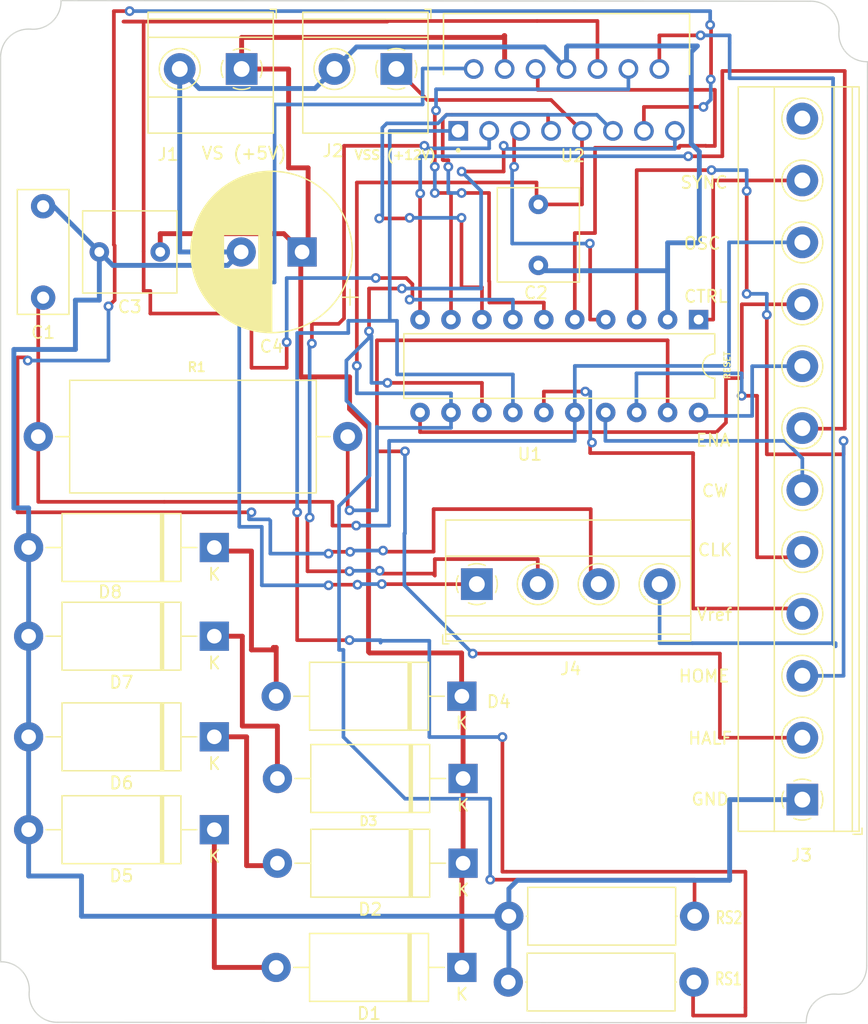
<source format=kicad_pcb>
(kicad_pcb (version 20211014) (generator pcbnew)
  (title_block (title "Two Phase Bipolar Stepper Motor") (date "2022-07-14") (rev "#1") (company "Caleb John"))
  (layers (0 "F.Cu" signal) (31 "B.Cu" signal) (34 "B.Paste" user) (35 "F.Paste" user) (36 "B.SilkS" user "B.Silkscreen") (37 "F.SilkS" user "F.Silkscreen") (38 "B.Mask" user) (39 "F.Mask" user) (44 "Edge.Cuts" user))
  (net 0 "")
  (net 1 "/OSC")
  (net 2 "GND")
  (net 3 "VSS")
  (net 4 "VS")
  (net 5 "Net-(D5-Pad1)")
  (net 6 "Net-(D6-Pad1)")
  (net 7 "Net-(D3-Pad2)")
  (net 8 "Net-(D4-Pad2)")
  (net 9 "/HALF")
  (net 10 "/HOME")
  (net 11 "/Vref")
  (net 12 "/CLK")
  (net 13 "/CW")
  (net 14 "/ENA")
  (net 15 "/RESET")
  (net 16 "/CTRL")
  (net 17 "/SYNC")
  (net 19 "Net-(U2-Pad2)")
  (net 20 "Net-(U2-Pad3)")
  (net 21 "Net-(U2-Pad13)")
  (net 22 "Net-(U2-Pad14)")
  (net 23 "/RS1")
  (net 24 "/RS2")
  (net 25 "Net-(U2-Pad5)")
  (net 26 "Net-(U2-Pad6)")
  (net 27 "Net-(U2-Pad7)")
  (net 28 "Net-(U2-Pad10)")
  (net 29 "Net-(U2-Pad11)")
  (net 30 "Net-(U2-Pad12)")
  (footprint "MountingHole:MountingHole_2.5mm" (layer "F.Cu") (at 261.6 63.5)
    (fp_text reference "REF**" hide)
    (fp_text value "MountingHole_2.5mm" hide)
  )
  (footprint "Diode_THT:D_DO-27_P15.24mm_Horizontal" (layer "F.Cu") (at 213.15 120.83 180)
    (fp_text reference "D6")
    (fp_text value "D_Schottky" hide)
  )
  (footprint "TerminalBlock_Phoenix:TerminalBlock_Phoenix_MKDS-1,5-12-5.08_1x12_P5.08mm_Horizontal" (layer "F.Cu") (at 261.417 125.984 90)
    (fp_text reference "J3")
    (fp_text value "Screw_Terminal_01x12" hide)
  )
  (footprint "Resistor_THT:R_Axial_DIN0414_L11.9mm_D4.5mm_P15.24mm_Horizontal" (layer "F.Cu") (at 252.52 140.95 180)
    (fp_text reference "RS1")
    (fp_text value "0.5 Ohm" hide)
  )
  (footprint "TerminalBlock_Phoenix:TerminalBlock_Phoenix_MKDS-1,5-2-5.08_1x02_P5.08mm_Horizontal" (layer "F.Cu") (at 228.092 66.04 180)
    (fp_text reference "J2")
    (fp_text value "Screw_Terminal_01x02" hide)
  )
  (footprint "Diode_THT:D_DO-27_P15.24mm_Horizontal" (layer "F.Cu") (at 213.15 112.575 180)
    (fp_text reference "D7")
    (fp_text value "D_Schottky" hide)
  )
  (footprint "Capacitor_THT:CP_Radial_D13.0mm_P5.00mm" (layer "F.Cu") (at 220.356 81.05 180)
    (fp_text reference "C4")
    (fp_text value "470uF" hide)
  )
  (footprint "Resistor_THT:R_Axial_DIN0922_L20.0mm_D9.0mm_P25.40mm_Horizontal" (layer "F.Cu") (at 198.7 96.2)
    (fp_text reference "R1")
    (fp_text value "22K" hide)
  )
  (footprint "Diode_THT:D_DO-27_P15.24mm_Horizontal" (layer "F.Cu") (at 233.47 139.75 180)
    (fp_text reference "D1")
    (fp_text value "D_Schottky" hide)
  )
  (footprint "Package_DIP:DIP-20_W7.62mm" (layer "F.Cu") (at 252.9 86.6 -90)
    (fp_text reference "U1")
    (fp_text value "L297" hide)
  )
  (footprint "Resistor_THT:R_Axial_DIN0414_L11.9mm_D4.5mm_P15.24mm_Horizontal" (layer "F.Cu") (at 252.57 135.55 180)
    (fp_text reference "RS2")
    (fp_text value "0.5 Ohm" hide)
  )
  (footprint "Diode_THT:D_DO-27_P15.24mm_Horizontal" (layer "F.Cu") (at 213.15 105.3 180)
    (fp_text reference "D8")
    (fp_text value "D_Schottky" hide)
  )
  (footprint "MountingHole:MountingHole_2.5mm" (layer "F.Cu") (at 198.95 137.3)
    (fp_text reference "REF**" hide)
    (fp_text value "MountingHole_2.5mm" hide)
  )
  (footprint "Capacitor_THT:C_Rect_L7.5mm_W6.5mm_P5.00mm" (layer "F.Cu") (at 208.712 81.05 180)
    (fp_text reference "C3")
    (fp_text value "100 nF" hide)
  )
  (footprint "Capacitor_THT:C_Rect_L7.5mm_W6.5mm_P5.00mm" (layer "F.Cu") (at 239.75 77.15 -90)
    (fp_text reference "C2")
    (fp_text value "100 nF" hide)
  )
  (footprint "TerminalBlock_Phoenix:TerminalBlock_Phoenix_MKDS-1,5-2-5.08_1x02_P5.08mm_Horizontal" (layer "F.Cu") (at 215.392 66.04 180)
    (fp_text reference "J1")
    (fp_text value "Screw_Terminal_01x02" hide)
  )
  (footprint "MountingHole:MountingHole_2.5mm" (layer "F.Cu") (at 198.95 65.5)
    (fp_text reference "REF**" hide)
    (fp_text value "MountingHole_2.5mm" hide)
  )
  (footprint "TerminalBlock_Phoenix:TerminalBlock_Phoenix_MKDS-1,5-4_1x04_P5.00mm_Horizontal" (layer "F.Cu") (at 234.7 108.305)
    (fp_text reference "J4")
    (fp_text value "Screw_Terminal_01x04" hide)
  )
  (footprint "Diode_THT:D_DO-27_P15.24mm_Horizontal" (layer "F.Cu") (at 213.15 128.45 180)
    (fp_text reference "D5")
    (fp_text value "D_Schottky" hide)
  )
  (footprint "MountingHole:MountingHole_2.5mm" (layer "F.Cu") (at 263.125 137.65)
    (fp_text reference "REF**" hide)
    (fp_text value "MountingHole_2.5mm" hide)
  )
  (footprint "Diode_THT:D_DO-27_P15.24mm_Horizontal" (layer "F.Cu") (at 233.57 131.2 180)
    (fp_text reference "D2")
    (fp_text value "D_Schottky" hide)
  )
  (footprint "Capacitor_THT:C_Rect_L10.0mm_W4.0mm_P7.50mm_FKS3_FKP3" (layer "F.Cu") (at 199.1 84.8 90)
    (fp_text reference "C1")
    (fp_text value "3.3 nF" hide)
  )
  (footprint "L298N:TO127P2020X500X2100-15" (layer "F.Cu") (at 233.172 71.12 90)
    (fp_text reference "U2")
    (fp_text value "L298N" hide)
  )
  (footprint "Diode_THT:D_DO-27_P15.24mm_Horizontal" (layer "F.Cu") (at 233.47 117.5 180)
    (fp_text reference "D4")
    (fp_text value "D_Schottky" hide)
  )
  (footprint "Diode_THT:D_DO-27_P15.24mm_Horizontal" (layer "F.Cu") (at 233.57 124.25 180)
    (fp_text reference "D3")
    (fp_text value "D_Schottky" hide)
  )
  (gr_arc (start 195.613 139.290236) (mid 197.335058 140.010134) (end 197.9565 141.770118) (layer "Edge.Cuts") (width 0.1))
  (gr_arc (start 266.7 139.6) (mid 265.980102 141.322058) (end 264.220118 141.9435) (layer "Edge.Cuts") (width 0.1))
  (gr_arc (start 195.610134 65.114942) (mid 196.330032 63.392884) (end 198.090016 62.771442) (layer "Edge.Cuts") (width 0.1))
  (gr_arc (start 200.569898 60.427942) (mid 199.85 62.15) (end 198.090016 62.771442) (layer "Edge.Cuts") (width 0.1))
  (gr_arc (start 261.740236 144.287) (mid 262.460134 142.564942) (end 264.220118 141.9435) (layer "Edge.Cuts") (width 0.1))
  (gr_line (start 266.7 139.6) (end 266.764942 65.439866) (layer "Edge.Cuts") (width 0.1))
  (gr_arc (start 200.3 144.25) (mid 198.577942 143.530102) (end 197.9565 141.770118) (layer "Edge.Cuts") (width 0.1))
  (gr_line (start 195.610134 65.114942) (end 195.613 139.290236) (layer "Edge.Cuts") (width 0.1))
  (gr_arc (start 262.077942 60.480102) (mid 263.8 61.2) (end 264.421442 62.959984) (layer "Edge.Cuts") (width 0.1))
  (gr_line (start 262.077942 60.480102) (end 200.569898 60.427942) (layer "Edge.Cuts") (width 0.1))
  (gr_arc (start 266.764942 65.439866) (mid 265.042884 64.719968) (end 264.421442 62.959984) (layer "Edge.Cuts") (width 0.1))
  (gr_line (start 200.3 144.25) (end 261.740236 144.287) (layer "Edge.Cuts") (width 0.1))
  (gr_text "HOME" (at 253.35 115.85) (layer "F.SilkS") (effects (font (size 1 1))))
  (gr_text "ENA" (at 254.1 96.5) (layer "F.SilkS") (effects (font (size 1 1))))
  (gr_text "CTRL" (at 253.5 84.7) (layer "F.SilkS") (effects (font (size 1 1))))
  (gr_text "Vref" (at 254.2 110.8) (layer "F.SilkS") (effects (font (size 1 1))))
  (gr_text "OSC\n" (at 253.2 80.35) (layer "F.SilkS") (effects (font (size 1 1))))
  (gr_text "VS (+5V)" (at 215.6 72.95) (layer "F.SilkS") (effects (font (size 1 1))))
  (gr_text "RESET" (at 255.25 90.35 90) (layer "F.SilkS") (effects (font (size 0.5 0.5) (thickness 0.1))))
  (gr_text "SYNC" (at 253.35 75.35) (layer "F.SilkS") (effects (font (size 1 1))))
  (gr_text "GND" (at 253.85 125.95) (layer "F.SilkS") (effects (font (size 1 1))))
  (gr_text "CLK" (at 254.25 105.5) (layer "F.SilkS") (effects (font (size 1 1))))
  (gr_text "VSS (+12V)" (at 228 73.1) (layer "F.SilkS") (effects (font (size 0.75 0.75))))
  (gr_text "CW" (at 254.25 100.65) (layer "F.SilkS") (effects (font (size 1 1))))
  (gr_text "HALF" (at 253.85 120.95) (layer "F.SilkS") (effects (font (size 1 1))))
  (segment (start 209.05 101.55) (end 222.85 101.55) (width 0.3) (layer "F.Cu") (net 1))
  (segment (start 198.7 84.8) (end 198.7 96.2) (width 0.3) (layer "F.Cu") (net 1))
  (segment (start 222.85 101.55) (end 222.85 101.65) (width 0.3) (layer "F.Cu") (net 1))
  (segment (start 198.7 96.2) (end 198.7 101.55) (width 0.3) (layer "F.Cu") (net 1))
  (segment (start 198.7 101.55) (end 209.05 101.55) (width 0.3) (layer "F.Cu") (net 1))
  (segment (start 222.85 101.65) (end 222.85 103.5) (width 0.3) (layer "F.Cu") (net 1))
  (segment (start 199.1 84.8) (end 198.7 84.8) (width 0.3) (layer "F.Cu") (net 1))
  (segment (start 222.85 103.5) (end 224.8 103.5) (width 0.3) (layer "F.Cu") (net 1))
  (via (at 224.8 103.5) (size 0.8) (drill 0.4) (layers "F.Cu" "B.Cu") (net 1))
  (segment (start 255.4 90.4) (end 255.4 80.264) (width 0.3) (layer "B.Cu") (net 1))
  (segment (start 227.5 103.5) (end 227.5 96.55) (width 0.3) (layer "B.Cu") (net 1))
  (segment (start 242.74 94.22) (end 242.74 90.4) (width 0.3) (layer "B.Cu") (net 1))
  (segment (start 242.74 96.55) (end 242.74 94.22) (width 0.3) (layer "B.Cu") (net 1))
  (segment (start 242.74 90.4) (end 255.4 90.4) (width 0.3) (layer "B.Cu") (net 1))
  (segment (start 227.5 96.55) (end 242.74 96.55) (width 0.3) (layer "B.Cu") (net 1))
  (segment (start 255.4 80.264) (end 261.417 80.264) (width 0.3) (layer "B.Cu") (net 1))
  (segment (start 224.8 103.5) (end 227.5 103.5) (width 0.3) (layer "B.Cu") (net 1))
  (segment (start 237.33 133.3) (end 237.33 135.55) (width 0.4) (layer "B.Cu") (net 2))
  (segment (start 210.312 66.04) (end 210.312 81.038) (width 0.4) (layer "B.Cu") (net 2))
  (segment (start 202.25 135.55) (end 202.25 132.25) (width 0.4) (layer "B.Cu") (net 2))
  (segment (start 210.3 81.05) (end 215.356 81.05) (width 0.4) (layer "B.Cu") (net 2))
  (segment (start 201.75 85) (end 201.75 89.05) (width 0.4) (layer "B.Cu") (net 2))
  (segment (start 252.3 64.65) (end 252.3 72.163065) (width 0.4) (layer "B.Cu") (net 2))
  (segment (start 255.45 132.6) (end 238.03 132.6) (width 0.4) (layer "B.Cu") (net 2))
  (segment (start 252.8 80.3) (end 250.36 80.3) (width 0.4) (layer "B.Cu") (net 2))
  (segment (start 242.15 64.15) (end 252.8 64.15) (width 0.4) (layer "B.Cu") (net 2))
  (segment (start 210.312 81.038) (end 210.3 81.05) (width 0.4) (layer "B.Cu") (net 2))
  (segment (start 199.962 77.3) (end 199.1 77.3) (width 0.4) (layer "B.Cu") (net 2))
  (segment (start 242.062 66.04) (end 242.062 64.238) (width 0.4) (layer "B.Cu") (net 2))
  (segment (start 224.822 64.23) (end 240.252 64.23) (width 0.4) (layer "B.Cu") (net 2))
  (segment (start 252.3 72.163065) (end 252.96 72.823065) (width 0.4) (layer "B.Cu") (net 2))
  (segment (start 223.012 66.04) (end 224.822 64.23) (width 0.4) (layer "B.Cu") (net 2))
  (segment (start 204.812 82.15) (end 214.256 82.15) (width 0.4) (layer "B.Cu") (net 2))
  (segment (start 196.7 102.05) (end 197.91 102.05) (width 0.4) (layer "B.Cu") (net 2))
  (segment (start 250.36 82.59) (end 250.36 80.3) (width 0.4) (layer "B.Cu") (net 2))
  (segment (start 203.712 81.05) (end 204.812 82.15) (width 0.4) (layer "B.Cu") (net 2))
  (segment (start 197.91 120.83) (end 197.91 128.45) (width 0.4) (layer "B.Cu") (net 2))
  (segment (start 203.712 81.05) (end 199.962 77.3) (width 0.4) (layer "B.Cu") (net 2))
  (segment (start 237.33 140.95) (end 237.28 140.95) (width 0.4) (layer "B.Cu") (net 2))
  (segment (start 210.312 66.04) (end 211.912 67.64) (width 0.4) (layer "B.Cu") (net 2))
  (segment (start 197.91 105.59) (end 197.91 112.575) (width 0.4) (layer "B.Cu") (net 2))
  (segment (start 221.412 67.64) (end 223.012 66.04) (width 0.4) (layer "B.Cu") (net 2))
  (segment (start 203.712 81.05) (end 203.712 85) (width 0.4) (layer "B.Cu") (net 2))
  (segment (start 261.417 125.984) (end 255.45 125.984) (width 0.4) (layer "B.Cu") (net 2))
  (segment (start 211.912 67.64) (end 221.412 67.64) (width 0.4) (layer "B.Cu") (net 2))
  (segment (start 196.7 89.05) (end 196.7 102.05) (width 0.4) (layer "B.Cu") (net 2))
  (segment (start 238.03 132.6) (end 237.33 133.3) (width 0.4) (layer "B.Cu") (net 2))
  (segment (start 252.8 64.15) (end 252.3 64.65) (width 0.4) (layer "B.Cu") (net 2))
  (segment (start 237.33 135.55) (end 237.33 140.95) (width 0.4) (layer "B.Cu") (net 2))
  (segment (start 250.36 86.6) (end 250.36 82.59) (width 0.4) (layer "B.Cu") (net 2))
  (segment (start 239.75 82.59) (end 239.75 82.15) (width 0.4) (layer "B.Cu") (net 2))
  (segment (start 214.256 82.15) (end 215.356 81.05) (width 0.4) (layer "B.Cu") (net 2))
  (segment (start 242.062 64.238) (end 242.15 64.15) (width 0.4) (layer "B.Cu") (net 2))
  (segment (start 197.91 102.05) (end 197.91 105.59) (width 0.4) (layer "B.Cu") (net 2))
  (segment (start 255.45 125.984) (end 255.45 132.6) (width 0.4) (layer "B.Cu") (net 2))
  (segment (start 252.96 80.14) (end 252.8 80.3) (width 0.4) (layer "B.Cu") (net 2))
  (segment (start 237.33 135.55) (end 202.25 135.55) (width 0.4) (layer "B.Cu") (net 2))
  (segment (start 240.252 64.23) (end 242.062 66.04) (width 0.4) (layer "B.Cu") (net 2))
  (segment (start 202.25 132.25) (end 197.91 132.25) (width 0.4) (layer "B.Cu") (net 2))
  (segment (start 250.36 82.59) (end 239.75 82.59) (width 0.4) (layer "B.Cu") (net 2))
  (segment (start 201.75 89.05) (end 196.7 89.05) (width 0.4) (layer "B.Cu") (net 2))
  (segment (start 197.91 132.25) (end 197.91 128.45) (width 0.4) (layer "B.Cu") (net 2))
  (segment (start 252.96 72.823065) (end 252.96 80.14) (width 0.4) (layer "B.Cu") (net 2))
  (segment (start 203.712 85) (end 201.75 85) (width 0.4) (layer "B.Cu") (net 2))
  (segment (start 197.91 112.575) (end 197.91 120.83) (width 0.4) (layer "B.Cu") (net 2))
  (segment (start 228.092 66.04) (end 230.632 68.58) (width 0.3) (layer "F.Cu") (net 3))
  (segment (start 230.632 68.58) (end 240.792 68.58) (width 0.3) (layer "F.Cu") (net 3))
  (segment (start 224.85 75.35) (end 239.6 75.35) (width 0.3) (layer "F.Cu") (net 3))
  (segment (start 239.6 77.15) (end 239.75 77.15) (width 0.3) (layer "F.Cu") (net 3))
  (segment (start 224.1 96.2) (end 224.1 102.25) (width 0.3) (layer "F.Cu") (net 3))
  (segment (start 243.332 71.12) (end 243.332 77.15) (width 0.3) (layer "F.Cu") (net 3))
  (segment (start 239.6 75.35) (end 239.6 77.15) (width 0.3) (layer "F.Cu") (net 3))
  (segment (start 224.1 102.25) (end 224.25 102.25) (width 0.3) (layer "F.Cu") (net 3))
  (segment (start 240.792 68.58) (end 243.332 71.12) (width 0.3) (layer "F.Cu") (net 3))
  (segment (start 243.332 77.15) (end 239.75 77.15) (width 0.3) (layer "F.Cu") (net 3))
  (segment (start 224.85 90.3905) (end 224.85 75.35) (width 0.3) (layer "F.Cu") (net 3))
  (via (at 224.85 90.3905) (size 0.8) (drill 0.4) (layers "F.Cu" "B.Cu") (net 3))
  (via (at 224.25 102.25) (size 0.8) (drill 0.4) (layers "F.Cu" "B.Cu") (net 3))
  (segment (start 224.85 92.65) (end 232.58 92.65) (width 0.3) (layer "B.Cu") (net 3))
  (segment (start 224.85 90.3905) (end 224.85 92.65) (width 0.3) (layer "B.Cu") (net 3))
  (segment (start 224.25 102.25) (end 226.5 102.25) (width 0.3) (layer "B.Cu") (net 3))
  (segment (start 226.58 95.48) (end 232.58 95.48) (width 0.3) (layer "B.Cu") (net 3))
  (segment (start 232.58 95.48) (end 232.58 94.22) (width 0.3) (layer "B.Cu") (net 3))
  (segment (start 226.5 95.4) (end 226.58 95.48) (width 0.3) (layer "B.Cu") (net 3))
  (segment (start 226.5 102.25) (end 226.5 95.4) (width 0.3) (layer "B.Cu") (net 3))
  (segment (start 232.58 92.65) (end 232.58 94.22) (width 0.3) (layer "B.Cu") (net 3))
  (segment (start 224.25 91.3) (end 220.25 91.3) (width 0.4) (layer "F.Cu") (net 4))
  (segment (start 233.47 131.2) (end 233.57 131.2) (width 0.4) (layer "F.Cu") (net 4))
  (segment (start 219.25 66.04) (end 219.25 74.15) (width 0.4) (layer "F.Cu") (net 4))
  (segment (start 233.57 117.5) (end 233.47 117.5) (width 0.4) (layer "F.Cu") (net 4))
  (segment (start 220.85 81.05) (end 220.356 81.05) (width 0.4) (layer "F.Cu") (net 4))
  (segment (start 220.356 81.05) (end 218.856 79.55) (width 0.4) (layer "F.Cu") (net 4))
  (segment (start 225.81 95.491694) (end 224.25 93.931694) (width 0.4) (layer "F.Cu") (net 4))
  (segment (start 233.45 117.5) (end 233.45 113.95) (width 0.4) (layer "F.Cu") (net 4))
  (segment (start 225.81 113.86) (end 225.81 95.491694) (width 0.4) (layer "F.Cu") (net 4))
  (segment (start 208.712 79.55) (end 208.712 81.05) (width 0.4) (layer "F.Cu") (net 4))
  (segment (start 233.47 117.5) (end 233.45 117.5) (width 0.4) (layer "F.Cu") (net 4))
  (segment (start 215.392 63.45) (end 236.95 63.45) (width 0.4) (layer "F.Cu") (net 4))
  (segment (start 220.25 91.3) (end 220.25 81.156) (width 0.4) (layer "F.Cu") (net 4))
  (segment (start 233.57 131.2) (end 233.57 124.25) (width 0.4) (layer "F.Cu") (net 4))
  (segment (start 225.9 113.95) (end 225.81 113.86) (width 0.4) (layer "F.Cu") (net 4))
  (segment (start 236.95 63.45) (end 236.95 63.3) (width 0.4) (layer "F.Cu") (net 4))
  (segment (start 236.95 63.3) (end 236.982 63.3) (width 0.4) (layer "F.Cu") (net 4))
  (segment (start 224.25 93.931694) (end 224.25 91.3) (width 0.4) (layer "F.Cu") (net 4))
  (segment (start 233.47 139.75) (end 233.47 131.2) (width 0.4) (layer "F.Cu") (net 4))
  (segment (start 218.856 79.55) (end 208.712 79.55) (width 0.4) (layer "F.Cu") (net 4))
  (segment (start 236.982 63.3) (end 236.982 66.04) (width 0.4) (layer "F.Cu") (net 4))
  (segment (start 215.392 66.04) (end 219.25 66.04) (width 0.4) (layer "F.Cu") (net 4))
  (segment (start 220.25 81.156) (end 220.356 81.05) (width 0.4) (layer "F.Cu") (net 4))
  (segment (start 220.85 74.15) (end 220.85 81.05) (width 0.4) (layer "F.Cu") (net 4))
  (segment (start 215.392 66.04) (end 215.392 63.45) (width 0.4) (layer "F.Cu") (net 4))
  (segment (start 233.45 113.95) (end 225.9 113.95) (width 0.4) (layer "F.Cu") (net 4))
  (segment (start 219.25 74.15) (end 220.85 74.15) (width 0.4) (layer "F.Cu") (net 4))
  (segment (start 233.57 124.25) (end 233.57 117.5) (width 0.4) (layer "F.Cu") (net 4))
  (segment (start 213.15 139.75) (end 218.23 139.75) (width 0.4) (layer "F.Cu") (net 5))
  (segment (start 213.15 128.45) (end 213.15 139.75) (width 0.4) (layer "F.Cu") (net 5))
  (segment (start 215.8 131.4) (end 218.33 131.4) (width 0.4) (layer "F.Cu") (net 6))
  (segment (start 215.8 120.83) (end 215.8 131.4) (width 0.4) (layer "F.Cu") (net 6))
  (segment (start 218.33 131.4) (end 218.33 131.2) (width 0.4) (layer "F.Cu") (net 6))
  (segment (start 213.15 120.83) (end 215.8 120.83) (width 0.4) (layer "F.Cu") (net 6))
  (segment (start 215.45 112.575) (end 215.45 119.95) (width 0.4) (layer "F.Cu") (net 7))
  (segment (start 213.15 112.575) (end 215.45 112.575) (width 0.4) (layer "F.Cu") (net 7))
  (segment (start 218.33 119.95) (end 218.33 124.25) (width 0.4) (layer "F.Cu") (net 7))
  (segment (start 215.45 119.95) (end 218.33 119.95) (width 0.4) (layer "F.Cu") (net 7))
  (segment (start 218 113.7) (end 218 113.5) (width 0.4) (layer "F.Cu") (net 8))
  (segment (start 218.23 113.5) (end 218.23 117.5) (width 0.4) (layer "F.Cu") (net 8))
  (segment (start 216.2 113.7) (end 218 113.7) (width 0.4) (layer "F.Cu") (net 8))
  (segment (start 213.15 105.59) (end 216.2 105.59) (width 0.4) (layer "F.Cu") (net 8))
  (segment (start 216.2 105.59) (end 216.2 113.7) (width 0.4) (layer "F.Cu") (net 8))
  (segment (start 218 113.5) (end 218.23 113.5) (width 0.4) (layer "F.Cu") (net 8))
  (segment (start 254.65 114) (end 234.3595 114) (width 0.3) (layer "F.Cu") (net 9))
  (segment (start 234.3595 114) (end 234.3595 114.00045) (width 0.3) (layer "F.Cu") (net 9))
  (segment (start 261.417 120.904) (end 254.65 120.904) (width 0.3) (layer "F.Cu") (net 9))
  (segment (start 226.5 88.3) (end 250.36 88.3) (width 0.3) (layer "F.Cu") (net 9))
  (segment (start 250.36 88.3) (end 250.36 94.22) (width 0.3) (layer "F.Cu") (net 9))
  (segment (start 254.65 120.904) (end 254.65 114) (width 0.3) (layer "F.Cu") (net 9))
  (segment (start 228.8 97.4095) (end 226.5 97.4095) (width 0.3) (layer "F.Cu") (net 9))
  (segment (start 226.5 97.4095) (end 226.5 88.3) (width 0.3) (layer "F.Cu") (net 9))
  (via (at 234.3595 114.00045) (size 0.8) (drill 0.4) (layers "F.Cu" "B.Cu") (net 9))
  (via (at 228.8 97.4095) (size 0.8) (drill 0.4) (layers "F.Cu" "B.Cu") (net 9))
  (segment (start 228.75 108.39095) (end 228.75 104.15) (width 0.3) (layer "B.Cu") (net 9))
  (segment (start 228.8 104.15) (end 228.8 97.4095) (width 0.3) (layer "B.Cu") (net 9))
  (segment (start 234.3595 114.00045) (end 228.75 108.39095) (width 0.3) (layer "B.Cu") (net 9))
  (segment (start 228.75 104.15) (end 228.8 104.15) (width 0.3) (layer "B.Cu") (net 9))
  (segment (start 256.85 84.4845) (end 256.85 76.0435) (width 0.3) (layer "F.Cu") (net 10))
  (segment (start 264.8 97.65) (end 258.6 97.65) (width 0.3) (layer "F.Cu") (net 10))
  (segment (start 247.82 74.336061) (end 247.82 86.6) (width 0.3) (layer "F.Cu") (net 10))
  (segment (start 258.5 97.65) (end 258.5 86.2035) (width 0.3) (layer "F.Cu") (net 10))
  (segment (start 258.6 97.65) (end 258.5 97.65) (width 0.3) (layer "F.Cu") (net 10))
  (segment (start 264.8 96.55) (end 264.8 97.65) (width 0.3) (layer "F.Cu") (net 10))
  (segment (start 253.9595 74.336061) (end 247.82 74.336061) (width 0.3) (layer "F.Cu") (net 10))
  (via (at 253.9595 74.336061) (size 0.8) (drill 0.4) (layers "F.Cu" "B.Cu") (net 10))
  (via (at 258.5 86.2035) (size 0.8) (drill 0.4) (layers "F.Cu" "B.Cu") (net 10))
  (via (at 264.8 96.55) (size 0.8) (drill 0.4) (layers "F.Cu" "B.Cu") (net 10))
  (via (at 256.85 76.0435) (size 0.8) (drill 0.4) (layers "F.Cu" "B.Cu") (net 10))
  (via (at 256.85 84.4845) (size 0.8) (drill 0.4) (layers "F.Cu" "B.Cu") (net 10))
  (segment (start 256.85 76.0435) (end 256.85 74.336061) (width 0.3) (layer "B.Cu") (net 10))
  (segment (start 261.417 115.824) (end 264.8 115.824) (width 0.3) (layer "B.Cu") (net 10))
  (segment (start 258.5 84.4845) (end 256.85 84.4845) (width 0.3) (layer "B.Cu") (net 10))
  (segment (start 258.5 86.2035) (end 258.5 84.4845) (width 0.3) (layer "B.Cu") (net 10))
  (segment (start 264.8 115.824) (end 264.8 96.55) (width 0.3) (layer "B.Cu") (net 10))
  (segment (start 256.85 74.336061) (end 253.9595 74.336061) (width 0.3) (layer "B.Cu") (net 10))
  (segment (start 252.45 97.55) (end 244 97.55) (width 0.3) (layer "F.Cu") (net 11))
  (segment (start 261.417 110.744) (end 261.417 110.3) (width 0.3) (layer "F.Cu") (net 11))
  (segment (start 261.417 110.3) (end 253.35 110.3) (width 0.3) (layer "F.Cu") (net 11))
  (segment (start 244 96.688517) (end 244.15 96.688517) (width 0.3) (layer "F.Cu") (net 11))
  (segment (start 252.45 97.7) (end 252.45 97.55) (width 0.3) (layer "F.Cu") (net 11))
  (segment (start 252.45 110.3) (end 252.45 97.7) (width 0.3) (layer "F.Cu") (net 11))
  (segment (start 244 97.55) (end 244 96.688517) (width 0.3) (layer "F.Cu") (net 11))
  (segment (start 240.2 92.5) (end 240.2 94.22) (width 0.3) (layer "F.Cu") (net 11))
  (segment (start 253.35 110.3) (end 252.45 110.3) (width 0.3) (layer "F.Cu") (net 11))
  (segment (start 243.5995 92.5) (end 240.2 92.5) (width 0.3) (layer "F.Cu") (net 11))
  (via (at 244.15 96.688517) (size 0.8) (drill 0.4) (layers "F.Cu" "B.Cu") (net 11))
  (via (at 243.5995 92.5) (size 0.8) (drill 0.4) (layers "F.Cu" "B.Cu") (net 11))
  (segment (start 244.15 96.688517) (end 244.010982 96.549499) (width 0.3) (layer "B.Cu") (net 11))
  (segment (start 244.010982 96.549499) (end 244.010982 92.5) (width 0.3) (layer "B.Cu") (net 11))
  (segment (start 244.010982 92.5) (end 243.5995 92.5) (width 0.3) (layer "B.Cu") (net 11))
  (segment (start 257.7 92.85) (end 257.7 106.1) (width 0.3) (layer "F.Cu") (net 12))
  (segment (start 256.4405 92.85) (end 257.7 92.85) (width 0.3) (layer "F.Cu") (net 12))
  (segment (start 257.7 106.1) (end 261.417 106.1) (width 0.3) (layer "F.Cu") (net 12))
  (segment (start 261.417 106.1) (end 261.417 105.664) (width 0.3) (layer "F.Cu") (net 12))
  (via (at 256.4405 92.85) (size 0.8) (drill 0.4) (layers "F.Cu" "B.Cu") (net 12))
  (segment (start 247.82 94.22) (end 247.8 94.22) (width 0.3) (layer "B.Cu") (net 12))
  (segment (start 256.4405 91.01) (end 256.4405 92.85) (width 0.3) (layer "B.Cu") (net 12))
  (segment (start 247.8 91.01) (end 256.4405 91.01) (width 0.3) (layer "B.Cu") (net 12))
  (segment (start 247.8 94.22) (end 247.8 91.01) (width 0.3) (layer "B.Cu") (net 12))
  (segment (start 259.973984 96.55) (end 245.25 96.55) (width 0.3) (layer "B.Cu") (net 13))
  (segment (start 261.417 97.993016) (end 259.973984 96.55) (width 0.3) (layer "B.Cu") (net 13))
  (segment (start 261.417 100.584) (end 261.417 97.993016) (width 0.3) (layer "B.Cu") (net 13))
  (segment (start 245.25 94.22) (end 245.28 94.22) (width 0.3) (layer "B.Cu") (net 13))
  (segment (start 245.25 96.55) (end 245.25 94.22) (width 0.3) (layer "B.Cu") (net 13))
  (segment (start 264.9 66.2) (end 264.9 95.55) (width 0.3) (layer "F.Cu") (net 14))
  (segment (start 230.04 86.6) (end 230.04 76.25) (width 0.3) (layer "F.Cu") (net 14))
  (segment (start 264.9 95.55) (end 261.417 95.55) (width 0.3) (layer "F.Cu") (net 14))
  (segment (start 261.417 95.55) (end 261.417 95.504) (width 0.3) (layer "F.Cu") (net 14))
  (segment (start 230.04 76.25) (end 230.05 76.25) (width 0.3) (layer "F.Cu") (net 14))
  (segment (start 252.05 73.2) (end 254.85 73.2) (width 0.3) (layer "F.Cu") (net 14))
  (segment (start 254.85 66.2) (end 264.9 66.2) (width 0.3) (layer "F.Cu") (net 14))
  (segment (start 254.85 73.2) (end 254.85 66.2) (width 0.3) (layer "F.Cu") (net 14))
  (via (at 230.05 76.25) (size 0.8) (drill 0.4) (layers "F.Cu" "B.Cu") (net 14))
  (via (at 252.05 73.2) (size 0.8) (drill 0.4) (layers "F.Cu" "B.Cu") (net 14))
  (segment (start 230.05 73.2) (end 252.05 73.2) (width 0.3) (layer "B.Cu") (net 14))
  (segment (start 230.05 76.25) (end 230.05 73.2) (width 0.3) (layer "B.Cu") (net 14))
  (segment (start 252.9 94.5) (end 252.9 94.22) (width 0.3) (layer "B.Cu") (net 15))
  (segment (start 257.3 94.5) (end 252.9 94.5) (width 0.3) (layer "B.Cu") (net 15))
  (segment (start 261.417 90.424) (end 257.3 90.424) (width 0.3) (layer "B.Cu") (net 15))
  (segment (start 257.3 90.424) (end 257.3 94.5) (width 0.3) (layer "B.Cu") (net 15))
  (segment (start 255.15 95.05) (end 254.370983 95.829017) (width 0.3) (layer "F.Cu") (net 16))
  (segment (start 256.45 91.4) (end 255.15 91.4) (width 0.3) (layer "F.Cu") (net 16))
  (segment (start 230.04 95.829017) (end 230.04 94.22) (width 0.3) (layer "F.Cu") (net 16))
  (segment (start 254.370983 95.829017) (end 230.04 95.829017) (width 0.3) (layer "F.Cu") (net 16))
  (segment (start 261.417 85.344) (end 256.45 85.344) (width 0.3) (layer "F.Cu") (net 16))
  (segment (start 256.45 85.344) (end 256.45 91.4) (width 0.3) (layer "F.Cu") (net 16))
  (segment (start 255.15 91.4) (end 255.15 95.05) (width 0.3) (layer "F.Cu") (net 16))
  (segment (start 261.417 75.184) (end 254.1 75.184) (width 0.3) (layer "F.Cu") (net 17))
  (segment (start 254.1 75.184) (end 254.1 86.6) (width 0.3) (layer "F.Cu") (net 17))
  (segment (start 254.1 86.6) (end 252.9 86.6) (width 0.3) (layer "F.Cu") (net 17))
  (segment (start 222.5805 108.35) (end 222.5305 108.4) (width 0.3) (layer "F.Cu") (net 19))
  (segment (start 234.7 108.305) (end 226.9 108.305) (width 0.3) (layer "F.Cu") (net 19))
  (segment (start 226.9 108.305) (end 226.9 108.3) (width 0.3) (layer "F.Cu") (net 19))
  (segment (start 224.9005 108.35) (end 222.5805 108.35) (width 0.3) (layer "F.Cu") (net 19))
  (via (at 226.9 108.3) (size 0.8) (drill 0.4) (layers "F.Cu" "B.Cu") (net 19))
  (via (at 222.5305 108.4) (size 0.8) (drill 0.4) (layers "F.Cu" "B.Cu") (net 19))
  (via (at 224.9005 108.35) (size 0.8) (drill 0.4) (layers "F.Cu" "B.Cu") (net 19))
  (segment (start 218.1 68.95) (end 230.25 68.95) (width 0.3) (layer "B.Cu") (net 19))
  (segment (start 222.5305 108.4) (end 217.05 108.4) (width 0.3) (layer "B.Cu") (net 19))
  (segment (start 215.2 103.6) (end 215.2 83.55) (width 0.3) (layer "B.Cu") (net 19))
  (segment (start 218.1 83.55) (end 218.1 68.95) (width 0.3) (layer "B.Cu") (net 19))
  (segment (start 217.05 108.4) (end 217.05 103.6) (width 0.3) (layer "B.Cu") (net 19))
  (segment (start 230.25 68.95) (end 230.25 66) (width 0.3) (layer "B.Cu") (net 19))
  (segment (start 217.05 103.6) (end 215.2 103.6) (width 0.3) (layer "B.Cu") (net 19))
  (segment (start 226.9 108.3) (end 224.9505 108.3) (width 0.3) (layer "B.Cu") (net 19))
  (segment (start 215.2 83.55) (end 218.1 83.55) (width 0.3) (layer "B.Cu") (net 19))
  (segment (start 234.442 66) (end 234.442 66.04) (width 0.3) (layer "B.Cu") (net 19))
  (segment (start 224.9505 108.3) (end 224.9005 108.35) (width 0.3) (layer "B.Cu") (net 19))
  (segment (start 230.25 66) (end 234.442 66) (width 0.3) (layer "B.Cu") (net 19))
  (segment (start 223.8 72.3405) (end 230.3905 72.3405) (width 0.3) (layer "F.Cu") (net 20))
  (segment (start 231.25 106.25) (end 231.25 107.6) (width 0.3) (layer "F.Cu") (net 20))
  (segment (start 221.1595 88.5595) (end 221.1595 86.95) (width 0.3) (layer "F.Cu") (net 20))
  (segment (start 226.75 107.44) (end 226.75 107.20528) (width 0.3) (layer "F.Cu") (net 20))
  (segment (start 220.8 107.25) (end 220.8 102.831318) (width 0.3) (layer "F.Cu") (net 20))
  (segment (start 231.25 107.6) (end 231.09 107.44) (width 0.3) (layer "F.Cu") (net 20))
  (segment (start 223.35 86.95) (end 223.8 86.5) (width 0.3) (layer "F.Cu") (net 20))
  (segment (start 224.2495 107.25) (end 220.8 107.25) (width 0.3) (layer "F.Cu") (net 20))
  (segment (start 226.75 107.20528) (end 226.7195 107.20528) (width 0.3) (layer "F.Cu") (net 20))
  (segment (start 223.8 73.05) (end 223.8 72.3405) (width 0.3) (layer "F.Cu") (net 20))
  (segment (start 221.1595 86.95) (end 223.35 86.95) (width 0.3) (layer "F.Cu") (net 20))
  (segment (start 231.09 107.44) (end 226.75 107.44) (width 0.3) (layer "F.Cu") (net 20))
  (segment (start 239.7 108.305) (end 239.7 106.25) (width 0.3) (layer "F.Cu") (net 20))
  (segment (start 239.7 106.25) (end 231.25 106.25) (width 0.3) (layer "F.Cu") (net 20))
  (segment (start 223.8 86.5) (end 223.8 73.05) (width 0.3) (layer "F.Cu") (net 20))
  (segment (start 220.8 102.831318) (end 220.976189 102.831318) (width 0.3) (layer "F.Cu") (net 20))
  (via (at 226.7195 107.20528) (size 0.8) (drill 0.4) (layers "F.Cu" "B.Cu") (net 20))
  (via (at 221.1595 88.5595) (size 0.8) (drill 0.4) (layers "F.Cu" "B.Cu") (net 20))
  (via (at 230.3905 72.3405) (size 0.8) (drill 0.4) (layers "F.Cu" "B.Cu") (net 20))
  (via (at 224.2495 107.25) (size 0.8) (drill 0.4) (layers "F.Cu" "B.Cu") (net 20))
  (via (at 220.976189 102.831318) (size 0.8) (drill 0.4) (layers "F.Cu" "B.Cu") (net 20))
  (segment (start 220.976189 88.5595) (end 221.1595 88.5595) (width 0.3) (layer "B.Cu") (net 20))
  (segment (start 226.7195 107.20528) (end 224.29422 107.20528) (width 0.3) (layer "B.Cu") (net 20))
  (segment (start 230.6 72.55) (end 235.712 72.55) (width 0.3) (layer "B.Cu") (net 20))
  (segment (start 230.3905 72.3405) (end 230.6 72.55) (width 0.3) (layer "B.Cu") (net 20))
  (segment (start 220.976189 102.831318) (end 220.976189 88.5595) (width 0.3) (layer "B.Cu") (net 20))
  (segment (start 224.29422 107.20528) (end 224.2495 107.25) (width 0.3) (layer "B.Cu") (net 20))
  (segment (start 235.712 72.55) (end 235.712 71.12) (width 0.3) (layer "B.Cu") (net 20))
  (segment (start 204.905925 80.462015) (end 204.905925 61.2905) (width 0.3) (layer "F.Cu") (net 21))
  (segment (start 224.3 105.65) (end 222.6805 105.65) (width 0.3) (layer "F.Cu") (net 21))
  (segment (start 204.972 80.52809) (end 204.905925 80.462015) (width 0.3) (layer "F.Cu") (net 21))
  (segment (start 248.412 69.15) (end 248.412 71.12) (width 0.3) (layer "F.Cu") (net 21))
  (segment (start 216.2 102.4095) (end 197 102.4095) (width 0.3) (layer "F.Cu") (net 21))
  (segment (start 204.464962 85.510137) (end 204.972 85.003099) (width 0.3) (layer "F.Cu") (net 21))
  (segment (start 197.8405 89.7) (end 197.8405 89.9595) (width 0.3) (layer "F.Cu") (net 21))
  (segment (start 197 89.7) (end 197.8405 89.7) (width 0.3) (layer "F.Cu") (net 21))
  (segment (start 244.05 108.305) (end 244.05 102.15) (width 0.3) (layer "F.Cu") (net 21))
  (segment (start 222.6805 105.65) (end 222.5305 105.8) (width 0.3) (layer "F.Cu") (net 21))
  (segment (start 204.972 85.003099) (end 204.972 80.52809) (width 0.3) (layer "F.Cu") (net 21))
  (segment (start 204.905925 61.2905) (end 206.2 61.2905) (width 0.3) (layer "F.Cu") (net 21))
  (segment (start 253.851851 62.420086) (end 253.923762 62.491997) (width 0.3) (layer "F.Cu") (net 21))
  (segment (start 253.3 69.15) (end 248.412 69.15) (width 0.3) (layer "F.Cu") (net 21))
  (segment (start 244.05 102.15) (end 231.15 102.15) (width 0.3) (layer "F.Cu") (net 21))
  (segment (start 253.923762 62.491997) (end 253.923762 66.8905) (width 0.3) (layer "F.Cu") (net 21))
  (segment (start 231.15 102.15) (end 231.15 105.64) (width 0.3) (layer "F.Cu") (net 21))
  (segment (start 231.15 105.64) (end 227 105.64) (width 0.3) (layer "F.Cu") (net 21))
  (segment (start 197 102.4095) (end 197 89.7) (width 0.3) (layer "F.Cu") (net 21))
  (segment (start 253.923762 66.8905) (end 253.9 66.8905) (width 0.3) (layer "F.Cu") (net 21))
  (segment (start 244.7 108.305) (end 244.05 108.305) (width 0.3) (layer "F.Cu") (net 21))
  (segment (start 227 105.64) (end 227 105.55) (width 0.3) (layer "F.Cu") (net 21))
  (via (at 206.2 61.2905) (size 0.8) (drill 0.4) (layers "F.Cu" "B.Cu") (net 21))
  (via (at 253.851851 62.420086) (size 0.8) (drill 0.4) (layers "F.Cu" "B.Cu") (net 21))
  (via (at 222.5305 105.8) (size 0.8) (drill 0.4) (layers "F.Cu" "B.Cu") (net 21))
  (via (at 216.2 102.4095) (size 0.8) (drill 0.4) (layers "F.Cu" "B.Cu") (net 21))
  (via (at 204.464962 85.510137) (size 0.8) (drill 0.4) (layers "F.Cu" "B.Cu") (net 21))
  (via (at 197.8405 89.9595) (size 0.8) (drill 0.4) (layers "F.Cu" "B.Cu") (net 21))
  (via (at 253.9 66.8905) (size 0.8) (drill 0.4) (layers "F.Cu" "B.Cu") (net 21))
  (via (at 227 105.55) (size 0.8) (drill 0.4) (layers "F.Cu" "B.Cu") (net 21))
  (via (at 224.3 105.65) (size 0.8) (drill 0.4) (layers "F.Cu" "B.Cu") (net 21))
  (via (at 253.3 69.15) (size 0.8) (drill 0.4) (layers "F.Cu" "B.Cu") (net 21))
  (segment (start 224.4 105.55) (end 224.3 105.65) (width 0.3) (layer "B.Cu") (net 21))
  (segment (start 217.75 103.4) (end 217.75 103.1) (width 0.3) (layer "B.Cu") (net 21))
  (segment (start 206.2 61.2905) (end 253.851851 61.2905) (width 0.3) (layer "B.Cu") (net 21))
  (segment (start 253.9 68.55) (end 253.3 69.15) (width 0.3) (layer "B.Cu") (net 21))
  (segment (start 227 105.55) (end 224.4 105.55) (width 0.3) (layer "B.Cu") (net 21))
  (segment (start 197.8405 89.9595) (end 204.464962 89.9595) (width 0.3) (layer "B.Cu") (net 21))
  (segment (start 217.64 102.99) (end 216 102.99) (width 0.3) (layer "B.Cu") (net 21))
  (segment (start 253.851851 61.2905) (end 253.851851 62.420086) (width 0.3) (layer "B.Cu") (net 21))
  (segment (start 222.5305 105.8) (end 217.75 105.8) (width 0.3) (layer "B.Cu") (net 21))
  (segment (start 253.9 66.8905) (end 253.9 68.55) (width 0.3) (layer "B.Cu") (net 21))
  (segment (start 216 102.99) (end 216 102.4095) (width 0.3) (layer "B.Cu") (net 21))
  (segment (start 204.464962 89.9595) (end 204.464962 85.510137) (width 0.3) (layer "B.Cu") (net 21))
  (segment (start 216 102.4095) (end 216.2 102.4095) (width 0.3) (layer "B.Cu") (net 21))
  (segment (start 217.75 105.8) (end 217.75 103.4) (width 0.3) (layer "B.Cu") (net 21))
  (segment (start 217.75 103.1) (end 217.64 102.99) (width 0.3) (layer "B.Cu") (net 21))
  (segment (start 253.063762 63.279586) (end 249.682 63.279586) (width 0.3) (layer "F.Cu") (net 22))
  (segment (start 249.682 63.279586) (end 249.682 66.04) (width 0.3) (layer "F.Cu") (net 22))
  (via (at 253.063762 63.279586) (size 0.8) (drill 0.4) (layers "F.Cu" "B.Cu") (net 22))
  (segment (start 249.7 108.305) (end 249.7 113.15) (width 0.3) (layer "B.Cu") (net 22))
  (segment (start 263.94 113.19) (end 263.94 66.8) (width 0.3) (layer "B.Cu") (net 22))
  (segment (start 255.45 66.8) (end 255.45 63.9) (width 0.3) (layer "B.Cu") (net 22))
  (segment (start 264.15 113.15) (end 264.15 113.4) (width 0.3) (layer "B.Cu") (net 22))
  (segment (start 264.15 113.4) (end 263.94 113.19) (width 0.3) (layer "B.Cu") (net 22))
  (segment (start 255.65 66.8) (end 255.45 66.8) (width 0.3) (layer "B.Cu") (net 22))
  (segment (start 255.45 63.9) (end 255.45 63.279586) (width 0.3) (layer "B.Cu") (net 22))
  (segment (start 252.4 113.15) (end 264.15 113.15) (width 0.3) (layer "B.Cu") (net 22))
  (segment (start 249.7 113.15) (end 252.4 113.15) (width 0.3) (layer "B.Cu") (net 22))
  (segment (start 263.94 66.8) (end 255.65 66.8) (width 0.3) (layer "B.Cu") (net 22))
  (segment (start 255.45 63.279586) (end 253.063762 63.279586) (width 0.3) (layer "B.Cu") (net 22))
  (segment (start 237.15 131.9) (end 236.8 131.9) (width 0.3) (layer "F.Cu") (net 23))
  (segment (start 252.45 143.7) (end 256.75 143.7) (width 0.3) (layer "F.Cu") (net 23))
  (segment (start 224.2495 112.9) (end 219.95 112.9) (width 0.3) (layer "F.Cu") (net 23))
  (segment (start 256.75 143.05) (end 256.75 131.9) (width 0.3) (layer "F.Cu") (net 23))
  (segment (start 252.52 140.95) (end 252.45 140.95) (width 0.3) (layer "F.Cu") (net 23))
  (segment (start 252.45 140.95) (end 252.45 143.7) (width 0.3) (layer "F.Cu") (net 23))
  (segment (start 256.75 131.9) (end 237.15 131.9) (width 0.3) (layer "F.Cu") (net 23))
  (segment (start 256.75 143.7) (end 256.75 143.05) (width 0.3) (layer "F.Cu") (net 23))
  (segment (start 236.8 131.9) (end 236.8 120.85) (width 0.3) (layer "F.Cu") (net 23))
  (segment (start 219.95 112.9) (end 219.95 102.4095) (width 0.3) (layer "F.Cu") (net 23))
  (via (at 224.2495 112.9) (size 0.8) (drill 0.4) (layers "F.Cu" "B.Cu") (net 23))
  (via (at 219.95 102.4095) (size 0.8) (drill 0.4) (layers "F.Cu" "B.Cu") (net 23))
  (via (at 236.8 120.85) (size 0.8) (drill 0.4) (layers "F.Cu" "B.Cu") (net 23))
  (segment (start 227.55 71.12) (end 227.55 86.7) (width 0.3) (layer "B.Cu") (net 23))
  (segment (start 233.172 71.12) (end 227.55 71.12) (width 0.3) (layer "B.Cu") (net 23))
  (segment (start 237.66 91.1) (end 237.66 94.22) (width 0.3) (layer "B.Cu") (net 23))
  (segment (start 227.55 86.7) (end 227.65 86.7) (width 0.3) (layer "B.Cu") (net 23))
  (segment (start 226.8 113.1) (end 226.8 112.9) (width 0.3) (layer "B.Cu") (net 23))
  (segment (start 226.8 112.9) (end 224.2495 112.9) (width 0.3) (layer "B.Cu") (net 23))
  (segment (start 224.15 86.7) (end 227.65 86.7) (width 0.3) (layer "B.Cu") (net 23))
  (segment (start 219.95 102.4095) (end 219.95 87.7) (width 0.3) (layer "B.Cu") (net 23))
  (segment (start 224.15 87.7) (end 224.15 86.7) (width 0.3) (layer "B.Cu") (net 23))
  (segment (start 219.95 87.7) (end 224.15 87.7) (width 0.3) (layer "B.Cu") (net 23))
  (segment (start 228.15 91.1) (end 237.66 91.1) (width 0.3) (layer "B.Cu") (net 23))
  (segment (start 228.15 86.7) (end 228.15 91.1) (width 0.3) (layer "B.Cu") (net 23))
  (segment (start 230.8 120.85) (end 230.8 112.95) (width 0.3) (layer "B.Cu") (net 23))
  (segment (start 226.8 112.95) (end 226.8 113.1) (width 0.3) (layer "B.Cu") (net 23))
  (segment (start 227.65 86.7) (end 228.15 86.7) (width 0.3) (layer "B.Cu") (net 23))
  (segment (start 236.8 120.85) (end 230.8 120.85) (width 0.3) (layer "B.Cu") (net 23))
  (segment (start 230.8 112.95) (end 226.8 112.95) (width 0.3) (layer "B.Cu") (net 23))
  (segment (start 252.57 132.55) (end 252.57 135.55) (width 0.3) (layer "F.Cu") (net 24))
  (segment (start 225.85 84.05) (end 225.85 87.5595) (width 0.3) (layer "F.Cu") (net 24))
  (segment (start 235.12 94.22) (end 235.12 91.7905) (width 0.3) (layer "F.Cu") (net 24))
  (segment (start 235.12 91.7905) (end 227.3595 91.7905) (width 0.3) (layer "F.Cu") (net 24))
  (segment (start 236.9 72.3405) (end 236.9 74.45) (width 0.3) (layer "F.Cu") (net 24))
  (segment (start 228.55 84.05) (end 225.85 84.05) (width 0.3) (layer "F.Cu") (net 24))
  (segment (start 235.8 132.55) (end 252.57 132.55) (width 0.3) (layer "F.Cu") (net 24))
  (segment (start 236.9 74.45) (end 233.45 74.45) (width 0.3) (layer "F.Cu") (net 24))
  (via (at 225.85 87.5595) (size 0.8) (drill 0.4) (layers "F.Cu" "B.Cu") (net 24))
  (via (at 236.9 72.3405) (size 0.8) (drill 0.4) (layers "F.Cu" "B.Cu") (net 24))
  (via (at 227.3595 91.7905) (size 0.8) (drill 0.4) (layers "F.Cu" "B.Cu") (net 24))
  (via (at 235.8 132.55) (size 0.8) (drill 0.4) (layers "F.Cu" "B.Cu") (net 24))
  (via (at 233.45 74.45) (size 0.8) (drill 0.4) (layers "F.Cu" "B.Cu") (net 24))
  (via (at 228.55 84.05) (size 0.8) (drill 0.4) (layers "F.Cu" "B.Cu") (net 24))
  (segment (start 226 87.95) (end 223.99 89.96) (width 0.3) (layer "B.Cu") (net 24))
  (segment (start 228.81 125.91) (end 235.8 125.91) (width 0.3) (layer "B.Cu") (net 24))
  (segment (start 226.05 91.7905) (end 226.05 88.1) (width 0.3) (layer "B.Cu") (net 24))
  (segment (start 241.9 72.59) (end 236.9 72.59) (width 0.3) (layer "B.Cu") (net 24))
  (segment (start 225.89 99.393776) (end 223.39 101.893776) (width 0.3) (layer "B.Cu") (net 24))
  (segment (start 235.05 76.05) (end 235.05 84.05) (width 0.3) (layer "B.Cu") (net 24))
  (segment (start 223.99 93.24733) (end 225.89 95.14733) (width 0.3) (layer "B.Cu") (net 24))
  (segment (start 225.85 88.1) (end 226.05 88.1) (width 0.3) (layer "B.Cu") (net 24))
  (segment (start 250.952 71.12) (end 250.952 72.59) (width 0.3) (layer "B.Cu") (net 24))
  (segment (start 235.8 125.91) (end 235.8 132.55) (width 0.3) (layer "B.Cu") (net 24))
  (segment (start 223.99 89.96) (end 223.99 93.24733) (width 0.3) (layer "B.Cu") (net 24))
  (segment (start 227.3595 91.7905) (end 226.05 91.7905) (width 0.3) (layer "B.Cu") (net 24))
  (segment (start 226.05 87.95) (end 226 87.95) (width 0.3) (layer "B.Cu") (net 24))
  (segment (start 235.05 84.05) (end 228.55 84.05) (width 0.3) (layer "B.Cu") (net 24))
  (segment (start 223.75 113.7) (end 223.75 120.85) (width 0.3) (layer "B.Cu") (net 24))
  (segment (start 223.75 120.85) (end 228.81 125.91) (width 0.3) (layer "B.Cu") (net 24))
  (segment (start 226.05 88.1) (end 226.05 87.95) (width 0.3) (layer "B.Cu") (net 24))
  (segment (start 233.45 74.45) (end 235.05 76.05) (width 0.3) (layer "B.Cu") (net 24))
  (segment (start 225.85 87.5595) (end 225.85 88.1) (width 0.3) (layer "B.Cu") (net 24))
  (segment (start 225.89 95.14733) (end 225.89 99.393776) (width 0.3) (layer "B.Cu") (net 24))
  (segment (start 223.39 101.893776) (end 223.39 113.7) (width 0.3) (layer "B.Cu") (net 24))
  (segment (start 250.952 72.59) (end 241.9 72.59) (width 0.3) (layer "B.Cu") (net 24))
  (segment (start 223.39 113.7) (end 223.75 113.7) (width 0.3) (layer "B.Cu") (net 24))
  (segment (start 236.9 72.59) (end 236.9 72.3405) (width 0.3) (layer "B.Cu") (net 24))
  (segment (start 245.28 86.6) (end 244 86.6) (width 0.3) (layer "F.Cu") (net 25))
  (segment (start 237.7595 74.0595) (end 237.7595 71.12) (width 0.3) (layer "F.Cu") (net 25))
  (segment (start 237.7595 71.12) (end 238.252 71.12) (width 0.3) (layer "F.Cu") (net 25))
  (segment (start 244 86.6) (end 244 80.3595) (width 0.3) (layer "F.Cu") (net 25))
  (segment (start 244 80.3595) (end 243.973568 80.3595) (width 0.3) (layer "F.Cu") (net 25))
  (via (at 237.7595 74.0595) (size 0.8) (drill 0.4) (layers "F.Cu" "B.Cu") (net 25))
  (via (at 243.973568 80.3595) (size 0.8) (drill 0.4) (layers "F.Cu" "B.Cu") (net 25))
  (segment (start 237.6 80.3595) (end 237.6 74.1) (width 0.3) (layer "B.Cu") (net 25))
  (segment (start 237.6 74.1) (end 237.7595 74.1) (width 0.3) (layer "B.Cu") (net 25))
  (segment (start 237.7595 74.1) (end 237.7595 74.0595) (width 0.3) (layer "B.Cu") (net 25))
  (segment (start 243.973568 80.3595) (end 237.6 80.3595) (width 0.3) (layer "B.Cu") (net 25))
  (segment (start 251.3 72.5) (end 244.4 72.5) (width 0.3) (layer "F.Cu") (net 26))
  (segment (start 239.522 66.04) (end 239.7 66.04) (width 0.3) (layer "F.Cu") (net 26))
  (segment (start 239.7 66.04) (end 239.7 67.75) (width 0.3) (layer "F.Cu") (net 26))
  (segment (start 242.74 79.5) (end 242.74 86.6) (width 0.3) (layer "F.Cu") (net 26))
  (segment (start 244.4 79.5) (end 242.74 79.5) (width 0.3) (layer "F.Cu") (net 26))
  (segment (start 253.49 72.34) (end 251.36 72.34) (width 0.3) (layer "F.Cu") (net 26))
  (segment (start 239.7 67.75) (end 254.24 67.75) (width 0.3) (layer "F.Cu") (net 26))
  (segment (start 244.4 72.5) (end 244.4 79.5) (width 0.3) (layer "F.Cu") (net 26))
  (segment (start 253.5 72.35) (end 253.49 72.34) (width 0.3) (layer "F.Cu") (net 26))
  (segment (start 254.24 67.75) (end 254.24 72.35) (width 0.3) (layer "F.Cu") (net 26))
  (segment (start 254.24 72.35) (end 253.5 72.35) (width 0.3) (layer "F.Cu") (net 26))
  (segment (start 251.36 72.34) (end 251.3 72.4) (width 0.3) (layer "F.Cu") (net 26))
  (segment (start 251.3 72.4) (end 251.3 72.5) (width 0.3) (layer "F.Cu") (net 26))
  (segment (start 240.55 69.8) (end 232.65 69.8) (width 0.3) (layer "F.Cu") (net 27))
  (segment (start 240.55 71.12) (end 240.55 69.85) (width 0.3) (layer "F.Cu") (net 27))
  (segment (start 232.359503 73.521638) (end 232.359503 74.0595) (width 0.3) (layer "F.Cu") (net 27))
  (segment (start 235.7 76.2095) (end 235.7 83.45) (width 0.3) (layer "F.Cu") (net 27))
  (segment (start 232.65 69.8) (end 232.205724 69.8) (width 0.3) (layer "F.Cu") (net 27))
  (segment (start 231.928362 73.521638) (end 232.359503 73.521638) (width 0.3) (layer "F.Cu") (net 27))
  (segment (start 240.792 71.12) (end 240.55 71.12) (width 0.3) (layer "F.Cu") (net 27))
  (segment (start 233.45 76.2095) (end 235.7 76.2095) (width 0.3) (layer "F.Cu") (net 27))
  (segment (start 240.55 69.85) (end 240.55 69.8) (width 0.3) (layer "F.Cu") (net 27))
  (segment (start 235.73 85.2) (end 240.2 85.2) (width 0.3) (layer "F.Cu") (net 27))
  (segment (start 240.2 85.2) (end 240.2 86.6) (width 0.3) (layer "F.Cu") (net 27))
  (segment (start 235.73 83.48) (end 235.73 85.2) (width 0.3) (layer "F.Cu") (net 27))
  (segment (start 231.9 73.493276) (end 231.928362 73.521638) (width 0.3) (layer "F.Cu") (net 27))
  (segment (start 235.7 83.45) (end 235.73 83.48) (width 0.3) (layer "F.Cu") (net 27))
  (segment (start 232.205724 69.8) (end 231.9 70.105724) (width 0.3) (layer "F.Cu") (net 27))
  (segment (start 231.9 70.105724) (end 231.9 73.493276) (width 0.3) (layer "F.Cu") (net 27))
  (via (at 233.45 76.2095) (size 0.8) (drill 0.4) (layers "F.Cu" "B.Cu") (net 27))
  (via (at 232.359503 74.0595) (size 0.8) (drill 0.4) (layers "F.Cu" "B.Cu") (net 27))
  (segment (start 232.359503 74.0595) (end 232.359503 76.2095) (width 0.3) (layer "B.Cu") (net 27))
  (segment (start 232.359503 76.2095) (end 233.45 76.2095) (width 0.3) (layer "B.Cu") (net 27))
  (segment (start 207.35 81) (end 207.35 84.25) (width 0.3) (layer "F.Cu") (net 28))
  (segment (start 205.7 62.15) (end 207.35 62.15) (width 0.3) (layer "F.Cu") (net 28))
  (segment (start 226.4 83.1905) (end 228.906724 83.1905) (width 0.3) (layer "F.Cu") (net 28))
  (segment (start 227.35 62.15) (end 205.7 62.15) (width 0.3) (layer "F.Cu") (net 28))
  (segment (start 244.602 66.04) (end 244.602 62.1) (width 0.3) (layer "F.Cu") (net 28))
  (segment (start 219.0905 90.55) (end 219.0905 88.45) (width 0.3) (layer "F.Cu") (net 28))
  (segment (start 207.9 86.1) (end 216.2 86.1) (width 0.3) (layer "F.Cu") (net 28))
  (segment (start 228.906724 83.1905) (end 229.41 83.693776) (width 0.3) (layer "F.Cu") (net 28))
  (segment (start 239.65 62.1) (end 227.35 62.1) (width 0.3) (layer "F.Cu") (net 28))
  (segment (start 207.35 84.25) (end 207.75 84.25) (width 0.3) (layer "F.Cu") (net 28))
  (segment (start 244.602 62.1) (end 239.65 62.1) (width 0.3) (layer "F.Cu") (net 28))
  (segment (start 229.41 84.962942) (end 229.1805 84.962942) (width 0.3) (layer "F.Cu") (net 28))
  (segment (start 216.2 90.55) (end 219.0905 90.55) (width 0.3) (layer "F.Cu") (net 28))
  (segment (start 207.75 84.25) (end 207.9 84.25) (width 0.3) (layer "F.Cu") (net 28))
  (segment (start 207.35 62.15) (end 207.35 81) (width 0.3) (layer "F.Cu") (net 28))
  (segment (start 227.35 62.1) (end 227.35 62.15) (width 0.3) (layer "F.Cu") (net 28))
  (segment (start 207.9 84.25) (end 207.9 86.1) (width 0.3) (layer "F.Cu") (net 28))
  (segment (start 216.2 86.1) (end 216.2 90.55) (width 0.3) (layer "F.Cu") (net 28))
  (segment (start 229.41 83.693776) (end 229.41 84.962942) (width 0.3) (layer "F.Cu") (net 28))
  (via (at 219.0905 88.45) (size 0.8) (drill 0.4) (layers "F.Cu" "B.Cu") (net 28))
  (via (at 229.1805 84.962942) (size 0.8) (drill 0.4) (layers "F.Cu" "B.Cu") (net 28))
  (via (at 226.4 83.1905) (size 0.8) (drill 0.4) (layers "F.Cu" "B.Cu") (net 28))
  (segment (start 229.1805 84.962942) (end 237.66 84.962942) (width 0.3) (layer "B.Cu") (net 28))
  (segment (start 219.0905 88.45) (end 219.0905 83.1905) (width 0.3) (layer "B.Cu") (net 28))
  (segment (start 237.66 84.962942) (end 237.66 86.6) (width 0.3) (layer "B.Cu") (net 28))
  (segment (start 219.0905 83.1905) (end 226.4 83.1905) (width 0.3) (layer "B.Cu") (net 28))
  (segment (start 229.1305 78.3) (end 229.1805 78.25) (width 0.3) (layer "F.Cu") (net 29))
  (segment (start 226.6905 78.3) (end 229.1305 78.3) (width 0.3) (layer "F.Cu") (net 29))
  (segment (start 235.12 83.95) (end 235.12 86.6) (width 0.3) (layer "F.Cu") (net 29))
  (segment (start 233.4395 78.25) (end 233.4395 83.95) (width 0.3) (layer "F.Cu") (net 29))
  (segment (start 233.4395 83.95) (end 235.12 83.95) (width 0.3) (layer "F.Cu") (net 29))
  (via (at 229.1805 78.25) (size 0.8) (drill 0.4) (layers "F.Cu" "B.Cu") (net 29))
  (via (at 233.4395 78.25) (size 0.8) (drill 0.4) (layers "F.Cu" "B.Cu") (net 29))
  (via (at 226.6905 78.3) (size 0.8) (drill 0.4) (layers "F.Cu" "B.Cu") (net 29))
  (segment (start 226.94 73.25) (end 226.94 78.3) (width 0.3) (layer "B.Cu") (net 29))
  (segment (start 226.94 70.86733) (end 226.94 73.25) (width 0.3) (layer "B.Cu") (net 29))
  (segment (start 244.547724 69.795724) (end 232.21 69.795724) (width 0.3) (layer "B.Cu") (net 29))
  (segment (start 229.1805 78.25) (end 233.4395 78.25) (width 0.3) (layer "B.Cu") (net 29))
  (segment (start 232.21 69.795724) (end 231.505724 70.5) (width 0.3) (layer "B.Cu") (net 29))
  (segment (start 231.505724 70.5) (end 227.30733 70.5) (width 0.3) (layer "B.Cu") (net 29))
  (segment (start 226.94 78.3) (end 226.6905 78.3) (width 0.3) (layer "B.Cu") (net 29))
  (segment (start 227.30733 70.5) (end 226.94 70.86733) (width 0.3) (layer "B.Cu") (net 29))
  (segment (start 245.872 71.12) (end 244.547724 69.795724) (width 0.3) (layer "B.Cu") (net 29))
  (segment (start 232.58 86.6) (end 232.58 76.2095) (width 0.3) (layer "F.Cu") (net 30))
  (segment (start 232.58 76.2095) (end 231.25 76.2095) (width 0.3) (layer "F.Cu") (net 30))
  (segment (start 231.25 74.0595) (end 231.25 69.4395) (width 0.3) (layer "F.Cu") (net 30))
  (segment (start 231.25 69.4395) (end 231.35 69.4395) (width 0.3) (layer "F.Cu") (net 30))
  (via (at 231.35 69.4395) (size 0.8) (drill 0.4) (layers "F.Cu" "B.Cu") (net 30))
  (via (at 231.25 76.2095) (size 0.8) (drill 0.4) (layers "F.Cu" "B.Cu") (net 30))
  (via (at 231.25 74.0595) (size 0.8) (drill 0.4) (layers "F.Cu" "B.Cu") (net 30))
  (segment (start 231.35 67.7) (end 247.142 67.7) (width 0.3) (layer "B.Cu") (net 30))
  (segment (start 231.35 69.4395) (end 231.35 67.7) (width 0.3) (layer "B.Cu") (net 30))
  (segment (start 231.25 76.2095) (end 231.25 74.0595) (width 0.3) (layer "B.Cu") (net 30))
  (segment (start 247.142 67.7) (end 247.142 66.04) (width 0.3) (layer "B.Cu") (net 30))
)
</source>
